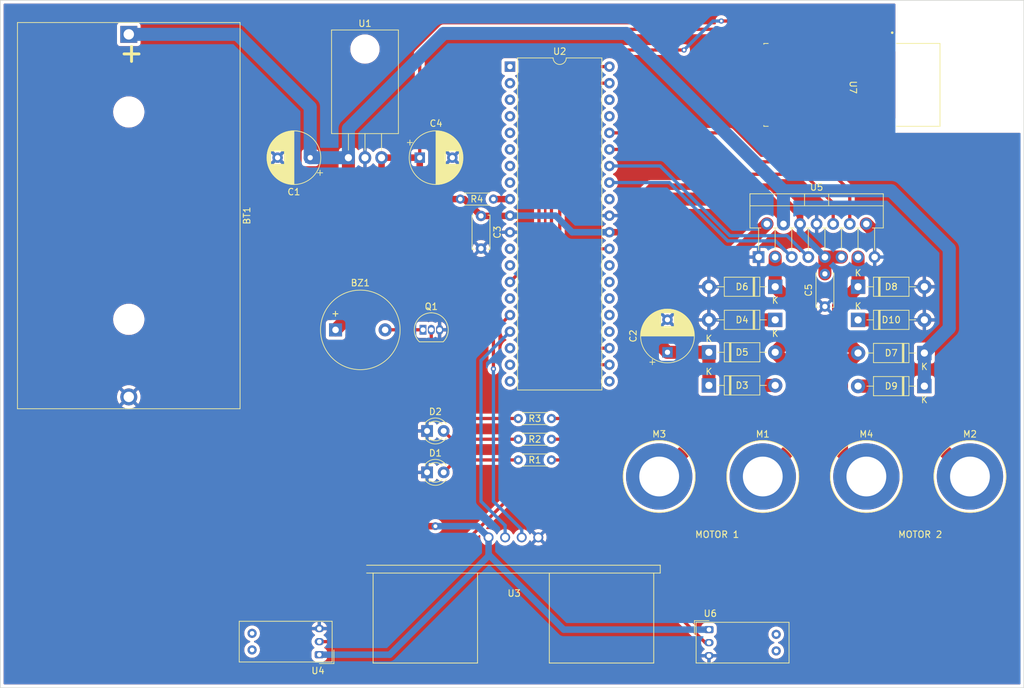
<source format=kicad_pcb>
(kicad_pcb (version 20211014) (generator pcbnew)
  (layers (0 "F.Cu" signal) (31 "B.Cu" signal) (34 "B.Paste" user) (35 "F.Paste" user) (36 "B.SilkS" user "B.Silkscreen") (37 "F.SilkS" user "F.Silkscreen") (38 "B.Mask" user) (39 "F.Mask" user) (44 "Edge.Cuts" user))
  (net 0 "")
  (net 1 "+12V")
  (net 2 "GND")
  (net 3 "Net-(BZ1-Pad2)")
  (net 4 "+5V")
  (net 5 "Net-(D1-Pad2)")
  (net 6 "Net-(D2-Pad2)")
  (net 7 "Net-(M1-Pad1)")
  (net 8 "Net-(M1-Pad2)")
  (net 9 "Net-(M2-Pad1)")
  (net 10 "Net-(M2-Pad2)")
  (net 11 "Net-(Q1-Pad2)")
  (net 12 "Net-(R1-Pad1)")
  (net 13 "Net-(R2-Pad1)")
  (net 14 "Net-(R3-Pad1)")
  (net 15 "Net-(U2-Pad9)")
  (net 26 "Net-(U2-Pad14)")
  (net 28 "Net-(U2-Pad16)")
  (net 29 "Net-(U2-Pad17)")
  (net 40 "Net-(U2-Pad33)")
  (net 41 "Net-(U2-Pad34)")
  (net 42 "Net-(U2-Pad35)")
  (net 43 "Net-(U2-Pad36)")
  (net 46 "Net-(U2-Pad39)")
  (net 47 "Net-(U2-Pad40)")
  (footprint "Diode_THT:D_DO-41_SOD81_P10.16mm_Horizontal" (layer "F.Cu") (at 186.695 90.91 180)
    (fp_text reference "D4" (at 5.08 0) (layer "F.SilkS"))
    (fp_text value "1N4001")
    (fp_text user "K" (at 0 -2.1) (layer "F.SilkS"))
    (pad "1" thru_hole rect (at 0 0 180) (size 2.2 2.2) (drill 1.1) (layers *.Cu *.Mask) (net 7 "Net-(M1-Pad1)"))
    (pad "2" thru_hole oval (at 10.16 0 180) (size 2.2 2.2) (drill 1.1) (layers *.Cu *.Mask) (net 2 "GND"))
  )
  (footprint "OptoDevice:Kodenshi_LG206L" (layer "F.Cu") (at 176.5475 138.4075)
    (fp_text reference "U6" (at 0.2 -2.47) (layer "F.SilkS"))
    (fp_text value "IR_sensor2")
    (pad "1" thru_hole roundrect (at 0 0) (size 1.4 1.1) (drill 0.7) (layers *.Cu *.Mask) (roundrect_rratio 0.227) (net 4 "+5V"))
    (pad "2" thru_hole oval (at 0 2) (size 1.4 1.1) (drill 0.7) (layers *.Cu *.Mask) (net 46 "Net-(U2-Pad39)"))
    (pad "3" thru_hole oval (at 0 4) (size 1.4 1.1) (drill 0.7) (layers *.Cu *.Mask) (net 2 "GND"))
    (pad "4" thru_hole circle (at 10.3 3.27) (size 1.4 1.4) (drill 0.7) (layers *.Cu *.Mask))
    (pad "5" thru_hole circle (at 10.3 0.73) (size 1.4 1.4) (drill 0.7) (layers *.Cu *.Mask))
  )
  (footprint "Capacitor_THT:CP_Radial_D8.0mm_P5.00mm" (layer "F.Cu") (at 132.222349 66.035)
    (fp_text reference "C4" (at 2.5 -5.25) (layer "F.SilkS"))
    (fp_text value "100uF/25V")
    (pad "1" thru_hole rect (at 0 0) (size 1.6 1.6) (drill 0.8) (layers *.Cu *.Mask) (net 4 "+5V"))
    (pad "2" thru_hole circle (at 5 0) (size 1.6 1.6) (drill 0.8) (layers *.Cu *.Mask) (net 2 "GND"))
  )
  (footprint "Diode_THT:D_DO-41_SOD81_P10.16mm_Horizontal" (layer "F.Cu") (at 209.555 95.99 180)
    (fp_text reference "D7" (at 5.08 0) (layer "F.SilkS"))
    (fp_text value "1N4001")
    (fp_text user "K" (at 0 -2.1) (layer "F.SilkS"))
    (pad "1" thru_hole rect (at 0 0 180) (size 2.2 2.2) (drill 1.1) (layers *.Cu *.Mask) (net 1 "+12V"))
    (pad "2" thru_hole oval (at 10.16 0 180) (size 2.2 2.2) (drill 1.1) (layers *.Cu *.Mask) (net 9 "Net-(M2-Pad1)"))
  )
  (footprint "Diode_THT:D_DO-41_SOD81_P10.16mm_Horizontal" (layer "F.Cu") (at 186.695 85.83 180)
    (fp_text reference "D6" (at 5.08 0) (layer "F.SilkS"))
    (fp_text value "1N4001")
    (fp_text user "K" (at 0 -2.1) (layer "F.SilkS"))
    (pad "1" thru_hole rect (at 0 0 180) (size 2.2 2.2) (drill 1.1) (layers *.Cu *.Mask) (net 8 "Net-(M1-Pad2)"))
    (pad "2" thru_hole oval (at 10.16 0 180) (size 2.2 2.2) (drill 1.1) (layers *.Cu *.Mask) (net 2 "GND"))
  )
  (footprint "Package_DIP:DIP-40_W15.24mm" (layer "F.Cu") (at 146.05 52.07)
    (fp_text reference "U2" (at 7.62 -2.33) (layer "F.SilkS"))
    (fp_text value "ATmega32-16P")
    (pad "1" thru_hole rect (at 0 0) (size 1.6 1.6) (drill 0.8) (layers *.Cu *.Mask))
    (pad "2" thru_hole oval (at 0 2.54) (size 1.6 1.6) (drill 0.8) (layers *.Cu *.Mask))
    (pad "3" thru_hole oval (at 0 5.08) (size 1.6 1.6) (drill 0.8) (layers *.Cu *.Mask))
    (pad "4" thru_hole oval (at 0 7.62) (size 1.6 1.6) (drill 0.8) (layers *.Cu *.Mask))
    (pad "5" thru_hole oval (at 0 10.16) (size 1.6 1.6) (drill 0.8) (layers *.Cu *.Mask))
    (pad "6" thru_hole oval (at 0 12.7) (size 1.6 1.6) (drill 0.8) (layers *.Cu *.Mask))
    (pad "7" thru_hole oval (at 0 15.24) (size 1.6 1.6) (drill 0.8) (layers *.Cu *.Mask))
    (pad "8" thru_hole oval (at 0 17.78) (size 1.6 1.6) (drill 0.8) (layers *.Cu *.Mask))
    (pad "9" thru_hole oval (at 0 20.32) (size 1.6 1.6) (drill 0.8) (layers *.Cu *.Mask) (net 15 "Net-(U2-Pad9)"))
    (pad "10" thru_hole oval (at 0 22.86) (size 1.6 1.6) (drill 0.8) (layers *.Cu *.Mask) (net 4 "+5V"))
    (pad "11" thru_hole oval (at 0 25.4) (size 1.6 1.6) (drill 0.8) (layers *.Cu *.Mask) (net 2 "GND"))
    (pad "12" thru_hole oval (at 0 27.94) (size 1.6 1.6) (drill 0.8) (layers *.Cu *.Mask))
    (pad "13" thru_hole oval (at 0 30.48) (size 1.6 1.6) (drill 0.8) (layers *.Cu *.Mask))
    (pad "14" thru_hole oval (at 0 33.02) (size 1.6 1.6) (drill 0.8) (layers *.Cu *.Mask) (net 26 "Net-(U2-Pad14)"))
    (pad "15" thru_hole oval (at 0 35.56) (size 1.6 1.6) (drill 0.8) (layers *.Cu *.Mask))
    (pad "16" thru_hole oval (at 0 38.1) (size 1.6 1.6) (drill 0.8) (layers *.Cu *.Mask) (net 28 "Net-(U2-Pad16)"))
    (pad "17" thru_hole oval (at 0 40.64) (size 1.6 1.6) (drill 0.8) (layers *.Cu *.Mask) (net 29 "Net-(U2-Pad17)"))
    (pad "18" thru_hole oval (at 0 43.18) (size 1.6 1.6) (drill 0.8) (layers *.Cu *.Mask))
    (pad "19" thru_hole oval (at 0 45.72) (size 1.6 1.6) (drill 0.8) (layers *.Cu *.Mask))
    (pad "20" thru_hole oval (at 0 48.26) (size 1.6 1.6) (drill 0.8) (layers *.Cu *.Mask))
    (pad "21" thru_hole oval (at 15.24 48.26) (size 1.6 1.6) (drill 0.8) (layers *.Cu *.Mask))
    (pad "22" thru_hole oval (at 15.24 45.72) (size 1.6 1.6) (drill 0.8) (layers *.Cu *.Mask) (net 12 "Net-(R1-Pad1)"))
    (pad "23" thru_hole oval (at 15.24 43.18) (size 1.6 1.6) (drill 0.8) (layers *.Cu *.Mask) (net 13 "Net-(R2-Pad1)"))
    (pad "24" thru_hole oval (at 15.24 40.64) (size 1.6 1.6) (drill 0.8) (layers *.Cu *.Mask))
    (pad "25" thru_hole oval (at 15.24 38.1) (size 1.6 1.6) (drill 0.8) (layers *.Cu *.Mask))
    (pad "26" thru_hole oval (at 15.24 35.56) (size 1.6 1.6) (drill 0.8) (layers *.Cu *.Mask))
    (pad "27" thru_hole oval (at 15.24 33.02) (size 1.6 1.6) (drill 0.8) (layers *.Cu *.Mask))
    (pad "28" thru_hole oval (at 15.24 30.48) (size 1.6 1.6) (drill 0.8) (layers *.Cu *.Mask))
    (pad "29" thru_hole oval (at 15.24 27.94) (size 1.6 1.6) (drill 0.8) (layers *.Cu *.Mask) (net 14 "Net-(R3-Pad1)"))
    (pad "30" thru_hole oval (at 15.24 25.4) (size 1.6 1.6) (drill 0.8) (layers *.Cu *.Mask) (net 4 "+5V"))
    (pad "31" thru_hole oval (at 15.24 22.86) (size 1.6 1.6) (drill 0.8) (layers *.Cu *.Mask) (net 2 "GND"))
    (pad "32" thru_hole oval (at 15.24 20.32) (size 1.6 1.6) (drill 0.8) (layers *.Cu *.Mask))
    (pad "33" thru_hole oval (at 15.24 17.78) (size 1.6 1.6) (drill 0.8) (layers *.Cu *.Mask) (net 40 "Net-(U2-Pad33)"))
    (pad "34" thru_hole oval (at 15.24 15.24) (size 1.6 1.6) (drill 0.8) (layers *.Cu *.Mask) (net 41 "Net-(U2-Pad34)"))
    (pad "35" thru_hole oval (at 15.24 12.7) (size 1.6 1.6) (drill 0.8) (layers *.Cu *.Mask) (net 42 "Net-(U2-Pad35)"))
    (pad "36" thru_hole oval (at 15.24 10.16) (size 1.6 1.6) (drill 0.8) (layers *.Cu *.Mask) (net 43 "Net-(U2-Pad36)"))
    (pad "37" thru_hole oval (at 15.24 7.62) (size 1.6 1.6) (drill 0.8) (layers *.Cu *.Mask))
    (pad "38" thru_hole oval (at 15.24 5.08) (size 1.6 1.6) (drill 0.8) (layers *.Cu *.Mask))
    (pad "39" thru_hole oval (at 15.24 2.54) (size 1.6 1.6) (drill 0.8) (layers *.Cu *.Mask) (net 46 "Net-(U2-Pad39)"))
    (pad "40" thru_hole oval (at 15.24 0) (size 1.6 1.6) (drill 0.8) (layers *.Cu *.Mask) (net 47 "Net-(U2-Pad40)"))
  )
  (footprint "LED_THT:LED_D3.0mm" (layer "F.Cu") (at 133.35 107.945)
    (fp_text reference "D2" (at 1.27 -2.96) (layer "F.SilkS"))
    (fp_text value "LED")
    (pad "1" thru_hole rect (at 0 0) (size 1.8 1.8) (drill 0.9) (layers *.Cu *.Mask) (net 2 "GND"))
    (pad "2" thru_hole circle (at 2.54 0) (size 1.8 1.8) (drill 0.9) (layers *.Cu *.Mask) (net 6 "Net-(D2-Pad2)"))
  )
  (footprint "Capacitor_THT:C_Disc_D5.0mm_W2.5mm_P5.00mm" (layer "F.Cu") (at 194.31 88.855 90)
    (fp_text reference "C5" (at 2.5 -2.5 90) (layer "F.SilkS"))
    (fp_text value "0.1uF")
    (pad "1" thru_hole circle (at 0 0 90) (size 1.6 1.6) (drill 0.8) (layers *.Cu *.Mask) (net 2 "GND"))
    (pad "2" thru_hole circle (at 5 0 90) (size 1.6 1.6) (drill 0.8) (layers *.Cu *.Mask) (net 4 "+5V"))
  )
  (footprint "Resistor_THT:R_Axial_DIN0204_L3.6mm_D1.6mm_P5.08mm_Horizontal" (layer "F.Cu") (at 152.405 112.39 180)
    (fp_text reference "R1" (at 2.54 0) (layer "F.SilkS"))
    (fp_text value "220")
    (pad "1" thru_hole circle (at 0 0 180) (size 1.4 1.4) (drill 0.7) (layers *.Cu *.Mask) (net 12 "Net-(R1-Pad1)"))
    (pad "2" thru_hole oval (at 5.08 0 180) (size 1.4 1.4) (drill 0.7) (layers *.Cu *.Mask) (net 5 "Net-(D1-Pad2)"))
  )
  (footprint "Diode_THT:D_DO-41_SOD81_P10.16mm_Horizontal" (layer "F.Cu") (at 199.395 90.91)
    (fp_text reference "D10" (at 5.08 0) (layer "F.SilkS"))
    (fp_text value "1N4001")
    (fp_text user "K" (at 0 -2.1) (layer "F.SilkS"))
    (pad "1" thru_hole rect (at 0 0) (size 2.2 2.2) (drill 1.1) (layers *.Cu *.Mask) (net 10 "Net-(M2-Pad2)"))
    (pad "2" thru_hole oval (at 10.16 0) (size 2.2 2.2) (drill 1.1) (layers *.Cu *.Mask) (net 2 "GND"))
  )
  (footprint "Resistor_THT:R_Axial_DIN0204_L3.6mm_D1.6mm_P5.08mm_Horizontal" (layer "F.Cu") (at 143.515 72.385 180)
    (fp_text reference "R4" (at 2.54 0) (layer "F.SilkS"))
    (fp_text value "10K")
    (pad "1" thru_hole circle (at 0 0 180) (size 1.4 1.4) (drill 0.7) (layers *.Cu *.Mask) (net 15 "Net-(U2-Pad9)"))
    (pad "2" thru_hole oval (at 5.08 0 180) (size 1.4 1.4) (drill 0.7) (layers *.Cu *.Mask) (net 4 "+5V"))
  )
  (footprint "Diode_THT:D_DO-41_SOD81_P10.16mm_Horizontal" (layer "F.Cu") (at 209.555 101.07 180)
    (fp_text reference "D9" (at 5.08 0) (layer "F.SilkS"))
    (fp_text value "1N4001")
    (fp_text user "K" (at 0 -2.1) (layer "F.SilkS"))
    (pad "1" thru_hole rect (at 0 0 180) (size 2.2 2.2) (drill 1.1) (layers *.Cu *.Mask) (net 1 "+12V"))
    (pad "2" thru_hole oval (at 10.16 0 180) (size 2.2 2.2) (drill 1.1) (layers *.Cu *.Mask) (net 10 "Net-(M2-Pad2)"))
  )
  (footprint "Library:HC05" (layer "F.Cu") (at 198.125 55.24 -90)
    (fp_text reference "U7" (at 0 -0.5 -90 unlocked) (layer "F.SilkS"))
    (fp_text value "HC-05_bluetooth_module")
    (pad "1" smd rect (at -6.72 -6.325 270) (size 1.3 1) (layers "F.Cu" "F.Paste" "F.Mask") (net 26 "Net-(U2-Pad14)"))
    (pad "2" smd rect (at -6.72 -4.825 270) (size 1.3 1) (layers "F.Cu" "F.Paste" "F.Mask"))
    (pad "3" smd rect (at -6.72 -3.325 270) (size 1.3 1) (layers "F.Cu" "F.Paste" "F.Mask"))
    (pad "4" smd rect (at -6.72 -1.825 270) (size 1.3 1) (layers "F.Cu" "F.Paste" "F.Mask"))
    (pad "5" smd rect (at -6.72 -0.325 270) (size 1.3 1) (layers "F.Cu" "F.Paste" "F.Mask"))
    (pad "6" smd rect (at -6.72 1.175 270) (size 1.3 1) (layers "F.Cu" "F.Paste" "F.Mask"))
    (pad "7" smd rect (at -6.72 2.675 270) (size 1.3 1) (layers "F.Cu" "F.Paste" "F.Mask"))
    (pad "8" smd rect (at -6.72 4.175 270) (size 1.3 1) (layers "F.Cu" "F.Paste" "F.Mask"))
    (pad "9" smd rect (at -6.72 5.675 270) (size 1.3 1) (layers "F.Cu" "F.Paste" "F.Mask"))
    (pad "10" smd rect (at -6.72 7.175 270) (size 1.3 1) (layers "F.Cu" "F.Paste" "F.Mask"))
    (pad "11" smd rect (at -6.72 8.675 270) (size 1.3 1) (layers "F.Cu" "F.Paste" "F.Mask"))
    (pad "12" smd rect (at -6.72 10.175 270) (size 1.3 1) (layers "F.Cu" "F.Paste" "F.Mask") (net 4 "+5V"))
    (pad "13" smd rect (at -6.72 11.675 270) (size 1.3 1) (layers "F.Cu" "F.Paste" "F.Mask") (net 2 "GND"))
    (pad "14" smd rect (at -5.62 13.175) (size 1.3 1) (layers "F.Cu" "F.Paste" "F.Mask"))
    (pad "15" smd rect (at -4.12 13.175) (size 1.3 1) (layers "F.Cu" "F.Paste" "F.Mask"))
    (pad "16" smd rect (at -2.62 13.175) (size 1.3 1) (layers "F.Cu" "F.Paste" "F.Mask"))
    (pad "17" smd rect (at -1.12 13.175) (size 1.3 1) (layers "F.Cu" "F.Paste" "F.Mask"))
    (pad "18" smd rect (at 0.38 13.175) (size 1.3 1) (layers "F.Cu" "F.Paste" "F.Mask"))
    (pad "19" smd rect (at 1.88 13.175) (size 1.3 1) (layers "F.Cu" "F.Paste" "F.Mask"))
    (pad "20" smd rect (at 3.38 13.175) (size 1.3 1) (layers "F.Cu" "F.Paste" "F.Mask"))
    (pad "21" smd rect (at 4.88 13.175) (size 1.3 1) (layers "F.Cu" "F.Paste" "F.Mask") (net 2 "GND"))
    (pad "22" smd rect (at 5.98 11.675 90) (size 1.3 1) (layers "F.Cu" "F.Paste" "F.Mask") (net 2 "GND"))
    (pad "23" smd rect (at 5.98 10.175 90) (size 1.3 1) (layers "F.Cu" "F.Paste" "F.Mask"))
    (pad "24" smd rect (at 5.98 8.675 90) (size 1.3 1) (layers "F.Cu" "F.Paste" "F.Mask"))
    (pad "25" smd rect (at 5.98 7.175 90) (size 1.3 1) (layers "F.Cu" "F.Paste" "F.Mask"))
    (pad "26" smd rect (at 5.98 5.675 90) (size 1.3 1) (layers "F.Cu" "F.Paste" "F.Mask"))
    (pad "27" smd rect (at 5.98 4.175 90) (size 1.3 1) (layers "F.Cu" "F.Paste" "F.Mask"))
    (pad "28" smd rect (at 5.98 2.675 90) (size 1.3 1) (layers "F.Cu" "F.Paste" "F.Mask"))
    (pad "29" smd rect (at 5.98 1.175 90) (size 1.3 1) (layers "F.Cu" "F.Paste" "F.Mask"))
    (pad "30" smd rect (at 5.98 -0.325 90) (size 1.3 1) (layers "F.Cu" "F.Paste" "F.Mask"))
    (pad "31" smd rect (at 5.98 -1.825 90) (size 1.3 1) (layers "F.Cu" "F.Paste" "F.Mask"))
    (pad "32" smd rect (at 5.98 -3.325 90) (size 1.3 1) (layers "F.Cu" "F.Paste" "F.Mask"))
    (pad "33" smd rect (at 5.98 -4.825 90) (size 1.3 1) (layers "F.Cu" "F.Paste" "F.Mask"))
    (pad "34" smd rect (at 5.98 -6.325 90) (size 1.3 1) (layers "F.Cu" "F.Paste" "F.Mask"))
  )
  (footprint "Connector:Banana_Jack_1Pin" (layer "F.Cu") (at 184.79 114.93)
    (fp_text reference "M1" (at 0 -6.5) (layer "F.SilkS"))
    (fp_text value "Motor_DC")
    (pad "1" thru_hole circle (at 0 0) (size 10.16 10.16) (drill 6.1) (layers *.Cu *.Mask) (net 8 "Net-(M1-Pad2)"))
  )
  (footprint "OptoDevice:Kodenshi_LG206L" (layer "F.Cu") (at 116.8325 142.2525 180)
    (fp_text reference "U4" (at 0.2 -2.47) (layer "F.SilkS"))
    (fp_text value "IR_sensor1")
    (pad "1" thru_hole roundrect (at 0 0 180) (size 1.4 1.1) (drill 0.7) (layers *.Cu *.Mask) (roundrect_rratio 0.227) (net 4 "+5V"))
    (pad "2" thru_hole oval (at 0 2 180) (size 1.4 1.1) (drill 0.7) (layers *.Cu *.Mask) (net 47 "Net-(U2-Pad40)"))
    (pad "3" thru_hole oval (at 0 4 180) (size 1.4 1.1) (drill 0.7) (layers *.Cu *.Mask) (net 2 "GND"))
    (pad "4" thru_hole circle (at 10.3 3.27 180) (size 1.4 1.4) (drill 0.7) (layers *.Cu *.Mask))
    (pad "5" thru_hole circle (at 10.3 0.73 180) (size 1.4 1.4) (drill 0.7) (layers *.Cu *.Mask))
  )
  (footprint "Diode_THT:D_DO-41_SOD81_P10.16mm_Horizontal" (layer "F.Cu") (at 199.395 85.83)
    (fp_text reference "D8" (at 5.08 0) (layer "F.SilkS"))
    (fp_text value "1N4001")
    (fp_text user "K" (at 0 -2.1) (layer "F.SilkS"))
    (pad "1" thru_hole rect (at 0 0) (size 2.2 2.2) (drill 1.1) (layers *.Cu *.Mask) (net 9 "Net-(M2-Pad1)"))
    (pad "2" thru_hole oval (at 10.16 0) (size 2.2 2.2) (drill 1.1) (layers *.Cu *.Mask) (net 2 "GND"))
  )
  (footprint "Package_TO_SOT_THT:TO-92_Inline" (layer "F.Cu") (at 132.72 92.43)
    (fp_text reference "Q1" (at 1.27 -3.56) (layer "F.SilkS"))
    (fp_text value "BC547")
    (pad "1" thru_hole rect (at 0 0) (size 1.05 1.5) (drill 0.75) (layers *.Cu *.Mask) (net 3 "Net-(BZ1-Pad2)"))
    (pad "2" thru_hole oval (at 1.27 0) (size 1.05 1.5) (drill 0.75) (layers *.Cu *.Mask) (net 11 "Net-(Q1-Pad2)"))
    (pad "3" thru_hole oval (at 2.54 0) (size 1.05 1.5) (drill 0.75) (layers *.Cu *.Mask) (net 2 "GND"))
  )
  (footprint "Diode_THT:D_DO-41_SOD81_P10.16mm_Horizontal" (layer "F.Cu") (at 176.535 100.96)
    (fp_text reference "D3" (at 5.08 0) (layer "F.SilkS"))
    (fp_text value "1N4001")
    (fp_text user "K" (at 0 -2.1) (layer "F.SilkS"))
    (pad "1" thru_hole rect (at 0 0) (size 2.2 2.2) (drill 1.1) (layers *.Cu *.Mask) (net 1 "+12V"))
    (pad "2" thru_hole oval (at 10.16 0) (size 2.2 2.2) (drill 1.1) (layers *.Cu *.Mask) (net 7 "Net-(M1-Pad1)"))
  )
  (footprint "Connector:Banana_Jack_1Pin" (layer "F.Cu") (at 216.54 114.93)
    (fp_text reference "M2" (at 0 -6.5) (layer "F.SilkS"))
    (fp_text value "Motor_DC")
    (pad "1" thru_hole circle (at 0 0) (size 10.16 10.16) (drill 6.1) (layers *.Cu *.Mask) (net 10 "Net-(M2-Pad2)"))
  )
  (footprint "Connector:Banana_Jack_1Pin" (layer "F.Cu") (at 168.915 114.93)
    (fp_text reference "M3" (at 0 -6.5) (layer "F.SilkS"))
    (fp_text value "Motor_DC")
    (pad "1" thru_hole circle (at 0 0) (size 10.16 10.16) (drill 6.1) (layers *.Cu *.Mask) (net 7 "Net-(M1-Pad1)"))
  )
  (footprint "Package_TO_SOT_THT:TO-220-3_Horizontal_TabDown" (layer "F.Cu") (at 121.29 66.035)
    (fp_text reference "U1" (at 2.54 -20.58) (layer "F.SilkS"))
    (fp_text value "L7805_regulator")
    (pad "" np_thru_hole oval (at 2.54 -16.66) (size 3.5 3.5) (drill 3.5) (layers *.Cu *.Mask))
    (pad "1" thru_hole rect (at 0 0) (size 1.905 2) (drill 1.1) (layers *.Cu *.Mask) (net 1 "+12V"))
    (pad "2" thru_hole oval (at 2.54 0) (size 1.905 2) (drill 1.1) (layers *.Cu *.Mask) (net 2 "GND"))
    (pad "3" thru_hole oval (at 5.08 0) (size 1.905 2) (drill 1.1) (layers *.Cu *.Mask) (net 4 "+5V"))
  )
  (footprint "Diode_THT:D_DO-41_SOD81_P10.16mm_Horizontal" (layer "F.Cu") (at 176.535 95.88)
    (fp_text reference "D5" (at 5.08 0) (layer "F.SilkS"))
    (fp_text value "1N4001")
    (fp_text user "K" (at 0 -2.1) (layer "F.SilkS"))
    (pad "1" thru_hole rect (at 0 0) (size 2.2 2.2) (drill 1.1) (layers *.Cu *.Mask) (net 1 "+12V"))
    (pad "2" thru_hole oval (at 10.16 0) (size 2.2 2.2) (drill 1.1) (layers *.Cu *.Mask) (net 8 "Net-(M1-Pad2)"))
  )
  (footprint "Capacitor_THT:CP_Radial_D8.0mm_P5.00mm" (layer "F.Cu") (at 115.437651 66.035 180)
    (fp_text reference "C1" (at 2.5 -5.25) (layer "F.SilkS"))
    (fp_text value "100uF/25V")
    (pad "1" thru_hole rect (at 0 0 180) (size 1.6 1.6) (drill 0.8) (layers *.Cu *.Mask) (net 1 "+12V"))
    (pad "2" thru_hole circle (at 5 0 180) (size 1.6 1.6) (drill 0.8) (layers *.Cu *.Mask) (net 2 "GND"))
  )
  (footprint "Capacitor_THT:C_Disc_D5.0mm_W2.5mm_P5.00mm" (layer "F.Cu") (at 141.61 74.965 -90)
    (fp_text reference "C3" (at 2.5 -2.5 90) (layer "F.SilkS"))
    (fp_text value "0.1uF")
    (pad "1" thru_hole circle (at 0 0 270) (size 1.6 1.6) (drill 0.8) (layers *.Cu *.Mask) (net 4 "+5V"))
    (pad "2" thru_hole circle (at 5 0 270) (size 1.6 1.6) (drill 0.8) (layers *.Cu *.Mask) (net 2 "GND"))
  )
  (footprint "Capacitor_THT:CP_Radial_D8.0mm_P5.00mm" (layer "F.Cu") (at 170.185 95.88 90)
    (fp_text reference "C2" (at 2.5 -5.25 90) (layer "F.SilkS"))
    (fp_text value "100uF/25V")
    (pad "1" thru_hole rect (at 0 0 90) (size 1.6 1.6) (drill 0.8) (layers *.Cu *.Mask) (net 1 "+12V"))
    (pad "2" thru_hole circle (at 5 0 90) (size 1.6 1.6) (drill 0.8) (layers *.Cu *.Mask) (net 2 "GND"))
  )
  (footprint "LED_THT:LED_D3.0mm" (layer "F.Cu") (at 133.35 114.295)
    (fp_text reference "D1" (at 1.27 -2.96) (layer "F.SilkS"))
    (fp_text value "LED")
    (pad "1" thru_hole rect (at 0 0) (size 1.8 1.8) (drill 0.9) (layers *.Cu *.Mask) (net 2 "GND"))
    (pad "2" thru_hole circle (at 2.54 0) (size 1.8 1.8) (drill 0.9) (layers *.Cu *.Mask) (net 5 "Net-(D1-Pad2)"))
  )
  (footprint "Package_TO_SOT_THT:TO-220-15_P2.54x2.54mm_StaggerOdd_Lead4.58mm_Vertical" (layer "F.Cu") (at 184.15 81.275)
    (fp_text reference "U5" (at 8.89 -10.7) (layer "F.SilkS"))
    (fp_text value "L298N")
    (pad "1" thru_hole rect (at 0 0) (size 1.8 1.8) (drill 1) (layers *.Cu *.Mask) (net 2 "GND"))
    (pad "2" thru_hole oval (at 1.27 -5.08) (size 1.8 1.8) (drill 1) (layers *.Cu *.Mask) (net 7 "Net-(M1-Pad1)"))
    (pad "3" thru_hole oval (at 2.54 0) (size 1.8 1.8) (drill 1) (layers *.Cu *.Mask) (net 8 "Net-(M1-Pad2)"))
    (pad "4" thru_hole oval (at 3.81 -5.08) (size 1.8 1.8) (drill 1) (layers *.Cu *.Mask) (net 1 "+12V"))
    (pad "5" thru_hole oval (at 5.08 0) (size 1.8 1.8) (drill 1) (layers *.Cu *.Mask) (net 40 "Net-(U2-Pad33)"))
    (pad "6" thru_hole oval (at 6.35 -5.08) (size 1.8 1.8) (drill 1) (layers *.Cu *.Mask) (net 4 "+5V"))
    (pad "7" thru_hole oval (at 7.62 0) (size 1.8 1.8) (drill 1) (layers *.Cu *.Mask) (net 41 "Net-(U2-Pad34)"))
    (pad "8" thru_hole oval (at 8.89 -5.08) (size 1.8 1.8) (drill 1) (layers *.Cu *.Mask) (net 2 "GND"))
    (pad "9" thru_hole oval (at 10.16 0) (size 1.8 1.8) (drill 1) (layers *.Cu *.Mask) (net 4 "+5V"))
    (pad "10" thru_hole oval (at 11.43 -5.08) (size 1.8 1.8) (drill 1) (layers *.Cu *.Mask) (net 42 "Net-(U2-Pad35)"))
    (pad "11" thru_hole oval (at 12.7 0) (size 1.8 1.8) (drill 1) (layers *.Cu *.Mask) (net 4 "+5V"))
    (pad "12" thru_hole oval (at 13.97 -5.08) (size 1.8 1.8) (drill 1) (layers *.Cu *.Mask) (net 43 "Net-(U2-Pad36)"))
    (pad "13" thru_hole oval (at 15.24 0) (size 1.8 1.8) (drill 1) (layers *.Cu *.Mask) (net 9 "Net-(M2-Pad1)"))
    (pad "14" thru_hole oval (at 16.51 -5.08) (size 1.8 1.8) (drill 1) (layers *.Cu *.Mask) (net 10 "Net-(M2-Pad2)"))
    (pad "15" thru_hole oval (at 17.78 0) (size 1.8 1.8) (drill 1) (layers *.Cu *.Mask) (net 2 "GND"))
  )
  (footprint "Battery:BatteryHolder_Bulgin_BX0036_1xC" (layer "F.Cu") (at 87.635 47.125 -90)
    (fp_text reference "BT1" (at 27.8 -18.1 90) (layer "F.SilkS"))
    (fp_text value "Li-ion 12V Battery")
    (fp_text user "+" (at 3 -0.2 90) (layer "F.SilkS") (effects (font (size 3 3) (thickness 0.45))))
    (pad "" np_thru_hole circle (at 43.7 0 270) (size 3.8 3.8) (drill 3.8) (layers *.Cu *.Mask))
    (pad "" np_thru_hole circle (at 11.9 0 270) (size 3.8 3.8) (drill 3.8) (layers *.Cu *.Mask))
    (pad "1" thru_hole rect (at 0 0 270) (size 2.6 2.6) (drill 1.6) (layers *.Cu *.Mask) (net 1 "+12V"))
    (pad "2" thru_hole circle (at 55.6 0 270) (size 2.6 2.6) (drill 1.6) (layers *.Cu *.Mask) (net 2 "GND"))
  )
  (footprint "Buzzer_Beeper:Buzzer_12x9.5RM7.6" (layer "F.Cu") (at 119.317653 92.444256)
    (fp_text reference "BZ1" (at 3.8 -7.2) (layer "F.SilkS"))
    (fp_text value "Buzzer")
    (fp_text user "+" (at -0.01 -2.54) (layer "F.SilkS"))
    (pad "1" thru_hole rect (at 0 0) (size 2 2) (drill 1) (layers *.Cu *.Mask) (net 1 "+12V"))
    (pad "2" thru_hole circle (at 7.6 0) (size 2 2) (drill 1) (layers *.Cu *.Mask) (net 3 "Net-(BZ1-Pad2)"))
  )
  (footprint "Library:SR04" (layer "F.Cu") (at 146.69 133.345)
    (fp_text reference "U3" (at 0 -0.5 unlocked) (layer "F.SilkS"))
    (fp_text value "HC-SR04_ultrasonic_sensor")
    (pad "1" thru_hole circle (at -3.92 -9.08) (size 1.53 1.53) (drill 1.02) (layers *.Cu *.Mask) (net 4 "+5V"))
    (pad "2" thru_hole circle (at -1.38 -9.08) (size 1.53 1.53) (drill 1.02) (layers *.Cu *.Mask) (net 29 "Net-(U2-Pad17)"))
    (pad "3" thru_hole circle (at 1.16 -9.08) (size 1.53 1.53) (drill 1.02) (layers *.Cu *.Mask) (net 28 "Net-(U2-Pad16)"))
    (pad "4" thru_hole circle (at 3.7 -9.08) (size 1.53 1.53) (drill 1.02) (layers *.Cu *.Mask) (net 2 "GND"))
  )
  (footprint "Resistor_THT:R_Axial_DIN0204_L3.6mm_D1.6mm_P5.08mm_Horizontal" (layer "F.Cu") (at 152.405 106.04 180)
    (fp_text reference "R3" (at 2.54 0) (layer "F.SilkS"))
    (fp_text value "1K")
    (pad "1" thru_hole circle (at 0 0 180) (size 1.4 1.4) (drill 0.7) (layers *.Cu *.Mask) (net 14 "Net-(R3-Pad1)"))
    (pad "2" thru_hole oval (at 5.08 0 180) (size 1.4 1.4) (drill 0.7) (layers *.Cu *.Mask) (net 11 "Net-(Q1-Pad2)"))
  )
  (footprint "Resistor_THT:R_Axial_DIN0204_L3.6mm_D1.6mm_P5.08mm_Horizontal" (layer "F.Cu") (at 152.405 109.215 180)
    (fp_text reference "R2" (at 2.54 0) (layer "F.SilkS"))
    (fp_text value "220")
    (pad "1" thru_hole circle (at 0 0 180) (size 1.4 1.4) (drill 0.7) (layers *.Cu *.Mask) (net 13 "Net-(R2-Pad1)"))
    (pad "2" thru_hole oval (at 5.08 0 180) (size 1.4 1.4) (drill 0.7) (layers *.Cu *.Mask) (net 6 "Net-(D2-Pad2)"))
  )
  (footprint "Connector:Banana_Jack_1Pin" (layer "F.Cu") (at 200.665 114.93)
    (fp_text reference "M4" (at 0 -6.5) (layer "F.SilkS"))
    (fp_text value "Motor_DC")
    (pad "1" thru_hole circle (at 0 0) (size 10.16 10.16) (drill 6.1) (layers *.Cu *.Mask) (net 9 "Net-(M2-Pad1)"))
  )
  (gr_rect (start 67.95 41.905) (end 224.795 147.315) (layer "Edge.Cuts") (width 0.1) (fill none))
  (gr_text "MOTOR 1" (at 177.8 123.825) (layer "F.SilkS") (effects (font (size 1 1))))
  (gr_text "MOTOR 2" (at 208.915 123.825) (layer "F.SilkS") (effects (font (size 1 1))))
  (segment (start 176.535 95.88) (end 170.185 95.88) (width 2) (layer "F.Cu") (net 1))
  (segment (start 167.645 93.34) (end 170.185 95.88) (width 2) (layer "F.Cu") (net 1))
  (segment (start 121.29 66.035) (end 121.29 90.471909) (width 2) (layer "F.Cu") (net 1))
  (segment (start 187.96 74.922208) (end 185.422792 72.385) (width 2) (layer "F.Cu") (net 1))
  (segment (start 185.422792 72.385) (end 170.185 72.385) (width 2) (layer "F.Cu") (net 1))
  (segment (start 167.645 74.925) (end 167.645 93.34) (width 2) (layer "F.Cu") (net 1))
  (segment (start 176.535 100.96) (end 176.535 95.88) (width 2) (layer "F.Cu") (net 1))
  (segment (start 121.29 90.471909) (end 119.317653 92.444256) (width 2) (layer "F.Cu") (net 1))
  (segment (start 170.185 72.385) (end 167.645 74.925) (width 2) (layer "F.Cu") (net 1))
  (segment (start 187.96 76.195) (end 187.96 74.922208) (width 2) (layer "F.Cu") (net 1))
  (segment (start 213.365 92.18) (end 209.555 95.99) (width 2) (layer "B.Cu") (net 1))
  (segment (start 121.29 66.035) (end 115.437651 66.035) (width 2) (layer "B.Cu") (net 1))
  (segment (start 187.96 71.11) (end 163.835 46.985) (width 2) (layer "B.Cu") (net 1))
  (segment (start 115.437651 58.277651) (end 104.285 47.125) (width 2) (layer "B.Cu") (net 1))
  (segment (start 204.47 71.11) (end 213.365 80.005) (width 2) (layer "B.Cu") (net 1))
  (segment (start 213.365 80.005) (end 213.365 92.18) (width 2) (layer "B.Cu") (net 1))
  (segment (start 209.555 95.99) (end 209.555 101.07) (width 2) (layer "B.Cu") (net 1))
  (segment (start 104.285 47.125) (end 87.635 47.125) (width 2) (layer "B.Cu") (net 1))
  (segment (start 121.29 61.59) (end 121.29 66.035) (width 2) (layer "B.Cu") (net 1))
  (segment (start 187.96 76.195) (end 187.96 71.11) (width 2) (layer "B.Cu") (net 1))
  (segment (start 135.895 46.985) (end 121.29 61.59) (width 2) (layer "B.Cu") (net 1))
  (segment (start 163.835 46.985) (end 135.895 46.985) (width 2) (layer "B.Cu") (net 1))
  (segment (start 187.96 71.11) (end 204.47 71.11) (width 2) (layer "B.Cu") (net 1))
  (segment (start 115.437651 66.035) (end 115.437651 58.277651) (width 2) (layer "B.Cu") (net 1))
  (segment (start 132.72 92.43) (end 126.931909 92.43) (width 0.5) (layer "F.Cu") (net 3))
  (segment (start 126.931909 92.43) (end 126.917653 92.444256) (width 0.5) (layer "F.Cu") (net 3))
  (segment (start 190.5 76.195) (end 190.5 74.917302) (width 1) (layer "F.Cu") (net 4))
  (segment (start 132.085 50.16) (end 132.222349 50.297349) (width 0.5) (layer "F.Cu") (net 4))
  (segment (start 187.33 46.35) (end 135.895 46.35) (width 0.5) (layer "F.Cu") (net 4))
  (segment (start 135.895 46.35) (end 132.085 50.16) (width 0.5) (layer "F.Cu") (net 4))
  (segment (start 165.105 73.02) (end 165.105 76.195) (width 1) (layer "F.Cu") (net 4))
  (segment (start 194.31 81.275) (end 194.31 83.855) (width 2) (layer "F.Cu") (net 4))
  (segment (start 138.435 72.385) (end 139.03 72.385) (width 1) (layer "F.Cu") (net 4))
  (segment (start 126.37 66.035) (end 132.222349 66.035) (width 1) (layer "F.Cu") (net 4))
  (segment (start 165.105 76.195) (end 163.83 77.47) (width 1) (layer "F.Cu") (net 4))
  (segment (start 130.815 122.55) (end 134.625 122.55) (width 1) (layer "F.Cu") (net 4))
  (segment (start 186.062698 70.48) (end 167.645 70.48) (width 1) (layer "F.Cu") (net 4))
  (segment (start 187.95 46.97) (end 187.33 46.35) (width 0.5) (layer "F.Cu") (net 4))
  (segment (start 130.18 121.915) (end 130.815 122.55) (width 1) (layer "F.Cu") (net 4))
  (segment (start 126.37 76.195) (end 126.37 83.815) (width 1) (layer "F.Cu") (net 4))
  (segment (start 124.465 113.66) (end 124.465 116.2) (width 1) (layer "F.Cu") (net 4))
  (segment (start 124.465 85.72) (end 124.465 113.66) (width 1) (layer "F.Cu") (net 4))
  (segment (start 132.222349 68.077349) (end 132.222349 66.035) (width 1) (layer "F.Cu") (net 4))
  (segment (start 146.015 74.965) (end 146.05 74.93) (width 1) (layer "F.Cu") (net 4))
  (segment (start 196.85 81.275) (end 194.31 81.275) (width 2) (layer "F.Cu") (net 4))
  (segment (start 163.83 77.47) (end 161.29 77.47) (width 1) (layer "F.Cu") (net 4))
  (segment (start 126.37 66.035) (end 126.37 76.195) (width 1) (layer "F.Cu") (net 4))
  (segment (start 139.03 72.385) (end 141.61 74.965) (width 1) (layer "F.Cu") (net 4))
  (segment (start 190.5 74.917302) (end 186.062698 70.48) (width 1) (layer "F.Cu") (net 4))
  (segment (start 124.465 116.2) (end 130.18 121.915) (width 1) (layer "F.Cu") (net 4))
  (segment (start 136.53 72.385) (end 132.222349 68.077349) (width 1) (layer "F.Cu") (net 4))
  (segment (start 132.222349 50.297349) (end 132.222349 66.035) (width 0.5) (layer "F.Cu") (net 4))
  (segment (start 126.37 83.815) (end 124.465 85.72) (width 1) (layer "F.Cu") (net 4))
  (segment (start 167.645 70.48) (end 165.105 73.02) (width 1) (layer "F.Cu") (net 4))
  (segment (start 141.61 74.965) (end 146.015 74.965) (width 1) (layer "F.Cu") (net 4))
  (segment (start 138.435 72.385) (end 136.53 72.385) (width 1) (layer "F.Cu") (net 4))
  (segment (start 187.95 48.52) (end 187.95 46.97) (width 0.5) (layer "F.Cu") (net 4))
  (via (at 134.625 122.55) (size 1.2) (drill 0.6) (layers "F.Cu" "B.Cu") (net 4))
  (segment (start 190.5 77.465) (end 194.31 81.275) (width 1) (layer "B.Cu") (net 4))
  (segment (start 142.88 126.995) (end 127.6225 142.2525) (width 1) (layer "B.Cu") (net 4))
  (segment (start 146.05 74.93) (end 153.045 74.93) (width 1) (layer "B.Cu") (net 4))
  (segment (start 190.5 76.195) (end 190.5 77.465) (width 1) (layer "B.Cu") (net 4))
  (segment (start 127.6225 142.2525) (end 116.8325 142.2525) (width 1) (layer "B.Cu") (net 4))
  (segment (start 153.045 74.93) (end 155.585 77.47) (width 1) (layer "B.Cu") (net 4))
  (segment (start 142.77 124.265) (end 142.77 126.885) (width 1) (layer "B.Cu") (net 4))
  (segment (start 154.2925 138.4075) (end 176.5475 138.4075) (width 1) (layer "B.Cu") (net 4))
  (segment (start 155.585 77.47) (end 161.29 77.47) (width 1) (layer "B.Cu") (net 4))
  (segment (start 142.88 126.995) (end 154.2925 138.4075) (width 1) (layer "B.Cu") (net 4))
  (segment (start 142.77 126.885) (end 142.88 126.995) (width 1) (layer "B.Cu") (net 4))
  (segment (start 134.625 122.55) (end 141.055 122.55) (width 1) (layer "B.Cu") (net 4))
  (segment (start 141.055 122.55) (end 142.77 124.265) (width 1) (layer "B.Cu") (net 4))
  (segment (start 137.795 112.39) (end 135.89 114.295) (width 0.5) (layer "F.Cu") (net 5))
  (segment (start 147.325 112.39) (end 137.795 112.39) (width 0.5) (layer "F.Cu") (net 5))
  (segment (start 137.16 109.215) (end 135.89 107.945) (width 0.5) (layer "F.Cu") (net 6))
  (segment (start 147.325 109.215) (end 137.16 109.215) (width 0.5) (layer "F.Cu") (net 6))
  (segment (start 186.695 90.91) (end 181.505 90.91) (width 2) (layer "F.Cu") (net 7))
  (segment (start 182.885 100.96) (end 186.695 100.96) (width 2) (layer "F.Cu") (net 7))
  (segment (start 185.42 76.195) (end 185.42 76.2) (width 2) (layer "F.Cu") (net 7))
  (segment (start 180.98 80.64) (end 180.98 91.435) (width 2) (layer "F.Cu") (net 7))
  (segment (start 180.98 99.055) (end 182.885 100.96) (width 2) (layer "F.Cu") (net 7))
  (segment (start 181.505 90.91) (end 180.98 91.435) (width 2) (layer "F.Cu") (net 7))
  (segment (start 180.98 91.435) (end 180.98 99.055) (width 2) (layer "F.Cu") (net 7))
  (segment (start 168.915 114.93) (end 182.885 100.96) (width 2) (layer "F.Cu") (net 7))
  (segment (start 185.42 76.2) (end 180.98 80.64) (width 2) (layer "F.Cu") (net 7))
  (segment (start 186.695 95.88) (end 189.87 99.055) (width 2) (layer "F.Cu") (net 8))
  (segment (start 189.87 99.055) (end 189.869999 109.850001) (width 2) (layer "F.Cu") (net 8))
  (segment (start 186.695 85.83) (end 189.87 89.005) (width 2) (layer "F.Cu") (net 8))
  (segment (start 186.69 85.825) (end 186.695 85.83) (width 2) (layer "F.Cu") (net 8))
  (segment (start 186.69 81.275) (end 186.69 85.825) (width 2) (layer "F.Cu") (net 8))
  (segment (start 189.869999 109.850001) (end 184.79 114.93) (width 2) (layer "F.Cu") (net 8))
  (segment (start 189.87 92.705) (end 186.695 95.88) (width 2) (layer "F.Cu") (net 8))
  (segment (start 189.87 89.005) (end 189.87 92.705) (width 2) (layer "F.Cu") (net 8))
  (segment (start 196.855 98.53) (end 196.855 111.12) (width 2) (layer "F.Cu") (net 9))
  (segment (start 196.409511 88.815489) (end 196.409511 93.004511) (width 2) (layer "F.Cu") (net 9))
  (segment (start 196.409511 93.004511) (end 199.395 95.99) (width 2) (layer "F.Cu") (net 9))
  (segment (start 199.39 85.825) (end 199.395 85.83) (width 2) (layer "F.Cu") (net 9))
  (segment (start 199.395 85.83) (end 196.409511 88.815489) (width 2) (layer "F.Cu") (net 9))
  (segment (start 196.855 111.12) (end 200.665 114.93) (width 2) (layer "F.Cu") (net 9))
  (segment (start 199.395 95.99) (end 196.855 98.53) (width 2) (layer "F.Cu") (net 9))
  (segment (start 199.39 81.275) (end 199.39 85.825) (width 2) (layer "F.Cu") (net 9))
  (segment (start 201.825 101.07) (end 199.395 101.07) (width 2) (layer "F.Cu") (net 10))
  (segment (start 204.365 90.91) (end 204.475 90.8) (width 2) (layer "F.Cu") (net 10))
  (segment (start 204.475 80.01) (end 204.475 91.435) (width 2) (layer "F.Cu") (net 10))
  (segment (start 199.395 90.91) (end 204.365 90.91) (width 2) (layer "F.Cu") (net 10))
  (segment (start 204.475 90.8) (end 204.475 98.42) (width 2) (layer "F.Cu") (net 10))
  (segment (start 204.475 98.42) (end 201.825 101.07) (width 2) (layer "F.Cu") (net 10))
  (segment (start 200.66 76.195) (end 204.475 80.01) (width 2) (layer "F.Cu") (net 10))
  (segment (start 202.68 101.07) (end 199.395 101.07) (width 2) (layer "F.Cu") (net 10))
  (segment (start 216.54 114.93) (end 202.68 101.07) (width 2) (layer "F.Cu") (net 10))
  (segment (start 133.99 101.595) (end 133.99 92.43) (width 0.5) (layer "F.Cu") (net 11))
  (segment (start 147.325 106.04) (end 138.435 106.04) (width 0.5) (layer "F.Cu") (net 11))
  (segment (start 138.435 106.04) (end 133.99 101.595) (width 0.5) (layer "F.Cu") (net 11))
  (segment (start 159.385 97.79) (end 158.28452 98.89048) (width 0.5) (layer "F.Cu") (net 12))
  (segment (start 158.28452 98.89048) (end 158.28452 109.05048) (width 0.5) (layer "F.Cu") (net 12))
  (segment (start 154.945 112.39) (end 152.405 112.39) (width 0.5) (layer "F.Cu") (net 12))
  (segment (start 161.29 97.79) (end 159.385 97.79) (width 0.5) (layer "F.Cu") (net 12))
  (segment (start 158.28452 109.05048) (end 154.945 112.39) (width 0.5) (layer "F.Cu") (net 12))
  (segment (start 159.385 95.25) (end 161.29 95.25) (width 0.5) (layer "F.Cu") (net 13))
  (segment (start 154.31 109.215) (end 157.197744 106.327256) (width 0.5) (layer "F.Cu") (net 13))
  (segment (start 157.197744 106.327256) (end 157.197744 97.437256) (width 0.5) (layer "F.Cu") (net 13))
  (segment (start 152.405 109.215) (end 154.31 109.215) (width 0.5) (layer "F.Cu") (net 13))
  (segment (start 157.197744 97.437256) (end 159.385 95.25) (width 0.5) (layer "F.Cu") (net 13))
  (segment (start 154.945 106.04) (end 152.405 106.04) (width 0.5) (layer "F.Cu") (net 14))
  (segment (start 161.29 80.01) (end 159.385 80.01) (width 0.5) (layer "F.Cu") (net 14))
  (segment (start 156.215 104.77) (end 154.945 106.04) (width 0.5) (layer "F.Cu") (net 14))
  (segment (start 156.215 83.18) (end 156.215 104.77) (width 0.5) (layer "F.Cu") (net 14))
  (segment (start 159.385 80.01) (end 156.215 83.18) (width 0.5) (layer "F.Cu") (net 14))
  (segment (start 146.05 72.39) (end 143.52 72.39) (width 1) (layer "F.Cu") (net 15))
  (segment (start 143.52 72.39) (end 143.515 72.385) (width 1) (layer "F.Cu") (net 15))
  (segment (start 150.5 80.64) (end 146.05 85.09) (width 0.5) (layer "F.Cu") (net 26))
  (segment (start 178.44 45.08) (end 201.935 45.08) (width 0.5) (layer "F.Cu") (net 26))
  (segment (start 157.485 49.525) (end 150.5 56.51) (width 0.5) (layer "F.Cu") (net 26))
  (segment (start 150.5 56.51) (end 150.5 80.64) (width 0.5) (layer "F.Cu") (net 26))
  (segment (start 201.935 45.08) (end 204.45 47.595) (width 0.5) (layer "F.Cu") (net 26))
  (segment (start 172.725 49.525) (end 157.485 49.525) (width 0.5) (layer "F.Cu") (net 26))
  (segment (start 204.45 47.595) (end 204.45 48.52) (width 0.5) (layer "F.Cu") (net 26))
  (via (at 172.725 49.525) (size 0.8) (drill 0.4) (layers "F.Cu" "B.Cu") (net 26))
  (via (at 178.44 45.08) (size 0.8) (drill 0.4) (layers "F.Cu" "B.Cu") (net 26))
  (segment (start 178.44 45.08) (end 177.17 45.08) (width 0.5) (layer "B.Cu") (net 26))
  (segment (start 177.17 45.08) (end 172.725 49.525) (width 0.5) (layer "B.Cu") (net 26))
  (segment (start 143.515 92.705) (end 146.05 90.17) (width 0.5) (layer "F.Cu") (net 28))
  (segment (start 143.515 98.42) (end 143.515 92.705) (width 0.5) (layer "F.Cu") (net 28))
  (via (at 143.515 98.42) (size 0.8) (drill 0.4) (layers "F.Cu" "B.Cu") (net 28))
  (segment (start 143.515 118.74) (end 143.515 98.42) (width 0.5) (layer "B.Cu") (net 28))
  (segment (start 147.85 123.075) (end 143.515 118.74) (width 0.5) (layer "B.Cu") (net 28))
  (segment (start 147.85 124.265) (end 147.85 123.075) (width 0.5) (layer "B.Cu") (net 28))
  (segment (start 141.61 97.15) (end 146.05 92.71) (width 0.5) (layer "B.Cu") (net 29))
  (segment (start 141.61 118.74) (end 141.61 97.15) (width 0.5) (layer "B.Cu") (net 29))
  (segment (start 145.31 122.44) (end 141.61 118.74) (width 0.5) (layer "B.Cu") (net 29))
  (segment (start 145.31 124.265) (end 145.31 122.44) (width 0.5) (layer "B.Cu") (net 29))
  (segment (start 189.23 81.275) (end 186.75452 78.79952) (width 0.5) (layer "B.Cu") (net 40))
  (segment (start 186.75452 78.79952) (end 179.420249 78.799519) (width 0.5) (layer "B.Cu") (net 40))
  (segment (start 170.47073 69.85) (end 161.29 69.85) (width 0.5) (layer "B.Cu") (net 40))
  (segment (start 179.420249 78.799519) (end 170.47073 69.85) (width 0.5) (layer "B.Cu") (net 40))
  (segment (start 188.494999 77.999999) (end 191.77 81.275) (width 0.5) (layer "B.Cu") (net 41))
  (segment (start 169.061422 67.31) (end 179.751421 77.999999) (width 0.5) (layer "B.Cu") (net 41))
  (segment (start 179.751421 77.999999) (end 188.494999 77.999999) (width 0.5) (layer "B.Cu") (net 41))
  (segment (start 161.29 67.31) (end 169.061422 67.31) (width 0.5) (layer "B.Cu") (net 41))
  (segment (start 191.14 68.575) (end 195.58 73.015) (width 0.5) (layer "F.Cu") (net 42))
  (segment (start 179.08 64.77) (end 182.885 68.575) (width 0.5) (layer "F.Cu") (net 42))
  (segment (start 182.885 68.575) (end 191.14 68.575) (width 0.5) (layer "F.Cu") (net 42))
  (segment (start 195.58 73.015) (end 195.58 76.195) (width 0.5) (layer "F.Cu") (net 42))
  (segment (start 161.29 64.77) (end 179.08 64.77) (width 0.5) (layer "F.Cu") (net 42))
  (segment (start 184.155 66.67) (end 193.68 66.67) (width 0.5) (layer "F.Cu") (net 43))
  (segment (start 179.715 62.23) (end 184.155 66.67) (width 0.5) (layer "F.Cu") (net 43))
  (segment (start 198.12 71.11) (end 198.12 76.195) (width 0.5) (layer "F.Cu") (net 43))
  (segment (start 193.68 66.67) (end 198.12 71.11) (width 0.5) (layer "F.Cu") (net 43))
  (segment (start 161.29 62.23) (end 179.715 62.23) (width 0.5) (layer "F.Cu") (net 43))
  (segment (start 150.5 114.93) (end 175.9775 140.4075) (width 0.5) (layer "F.Cu") (net 46))
  (segment (start 175.9775 140.4075) (end 176.5475 140.4075) (width 0.5) (layer "F.Cu") (net 46))
  (segment (start 153.675 59.685) (end 153.675 100.96) (width 0.5) (layer "F.Cu") (net 46))
  (segment (start 150.5 104.135) (end 150.5 114.93) (width 0.5) (layer "F.Cu") (net 46))
  (segment (start 158.75 54.61) (end 153.675 59.685) (width 0.5) (layer "F.Cu") (net 46))
  (segment (start 153.675 100.96) (end 150.5 104.135) (width 0.5) (layer "F.Cu") (net 46))
  (segment (start 161.29 54.61) (end 158.75 54.61) (width 0.5) (layer "F.Cu") (net 46))
  (segment (start 152.405 100.325) (end 149.23 103.5) (width 0.5) (layer "F.Cu") (net 47))
  (segment (start 152.405 57.78) (end 152.405 100.325) (width 0.5) (layer "F.Cu") (net 47))
  (segment (start 123.9075 140.2525) (end 116.8325 140.2525) (width 0.5) (layer "F.Cu") (net 47))
  (segment (start 161.29 52.07) (end 158.115 52.07) (width 0.5) (layer "F.Cu") (net 47))
  (segment (start 149.23 103.5) (end 149.23 114.93) (width 0.5) (layer "F.Cu") (net 47))
  (segment (start 158.115 52.07) (end 152.405 57.78) (width 0.5) (layer "F.Cu") (net 47))
  (segment (start 149.23 114.93) (end 123.9075 140.2525) (width 0.5) (layer "F.Cu") (net 47))
  (zone (net 2) (net_name "GND") (layers F&B.Cu) (connect_pads (clearance 0.508)) (min_thickness 0.254) (fill yes (thermal_gap 0.508) (thermal_bridge_width 0.508))
    (polygon (pts (xy 205.11 62.225) (xy 224.795 62.225) (xy 224.795 147.315) (xy 67.95 147.315) (xy 67.95 41.905) (xy 205.11 41.905)))
  )
)
</source>
